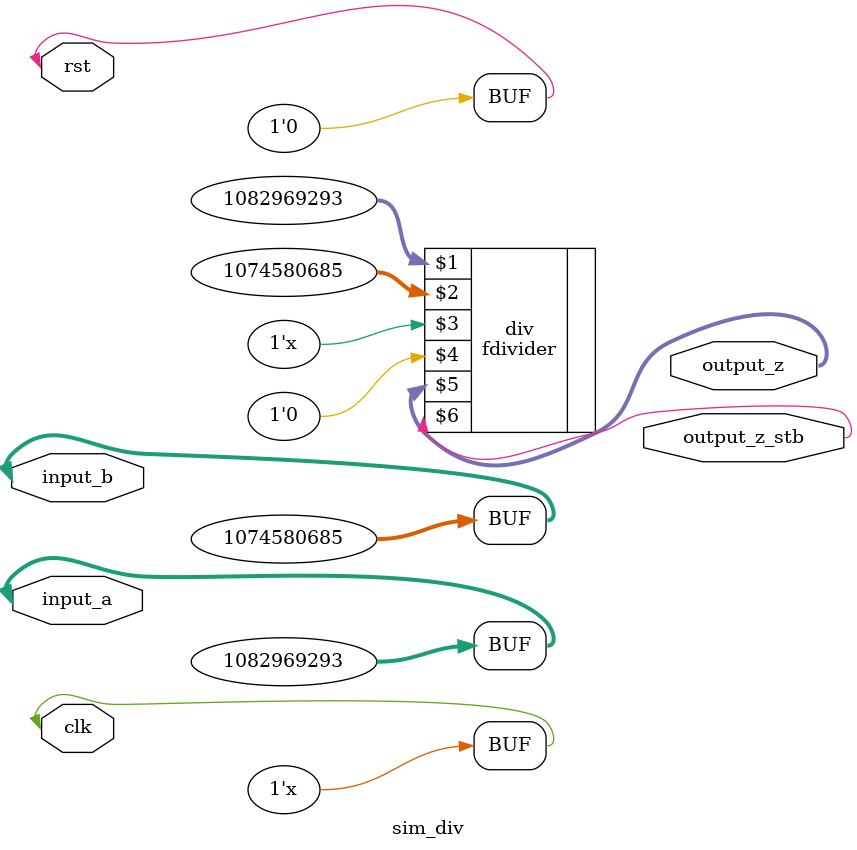
<source format=sv>
`timescale 1ns / 1ps


module sim_div(  input reg  [31:0] input_a,input_b,
  input reg  clk,rst,
  output logic [31:0] output_z,
  output logic output_z_stb);
  
  


      always begin
        #3 clk = !clk;  
      end
                
              
      fdivider div(input_a,input_b, clk, rst, output_z, output_z_stb);

        
       initial begin
            clk = 0;
            rst = 1;
            
            #9;
            //4.4/2.2
            //set input a
            input_a = 32'h408ccccd;
            //set input b
            input_b = 32'h400ccccd;
            //set both stable
           #18
            rst = 0;
            //wait
            #100;

            
            //check output_z when output stable
            
            
            
            
       
       end; 
     
endmodule

</source>
